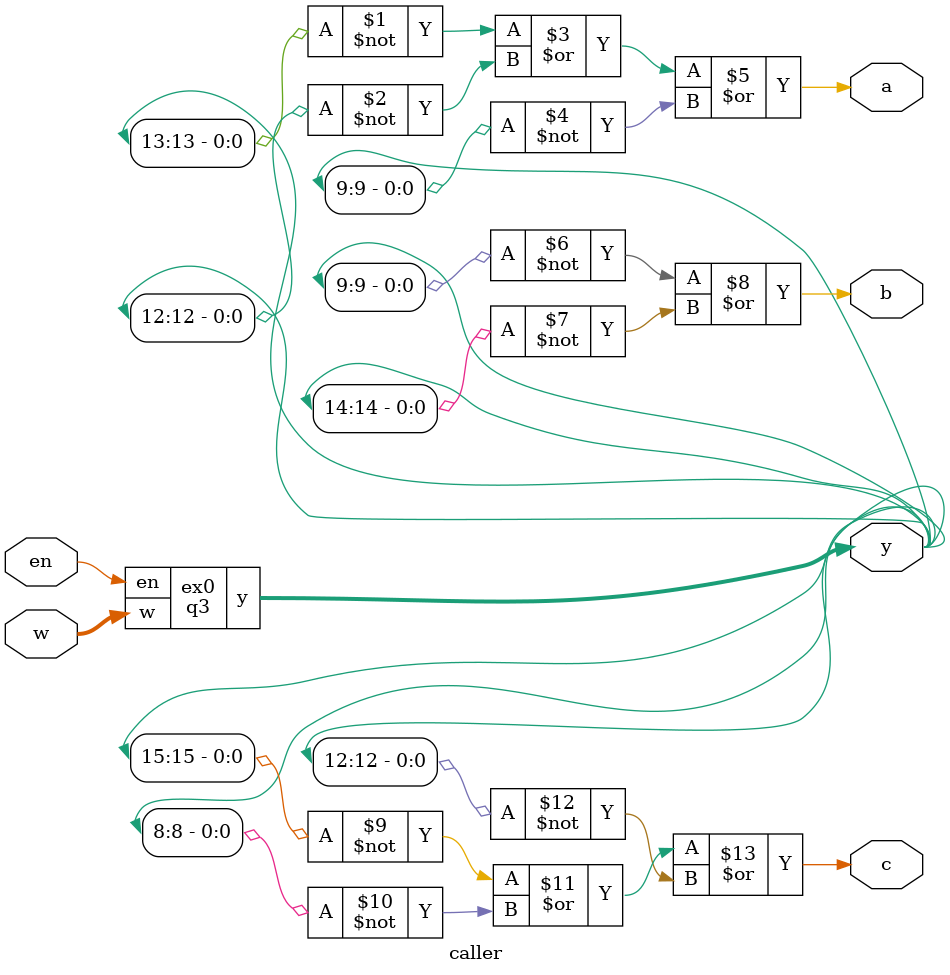
<source format=v>
module q3(w,y,en);
input en;
input [3:0]w;
output [15:0]y;
wire [3:0]x;
dec2_to_4 d0(w[3:2],x[3:0],en);
dec2_to_4 d1(w[1:0],y[3:0],~x[0]);
dec2_to_4 d2(w[1:0],y[7:4],~x[1]);
dec2_to_4 d3(w[1:0],y[11:8],~x[2]);
dec2_to_4 d4(w[1:0],y[15:12],~x[3]);

endmodule

module dec2_to_4(w,y,en);
input [1:0]w;
input en;
output reg [3:0]y;
always@(w or en)
    case({en,w})
    3'b100:y=4'b0111;
    3'b101:y=4'b1011;
    3'b110:y=4'b1101;
    3'b111:y=4'b1110;
    default:y=4'b1111;
    endcase
endmodule

module caller(w,en,y,a,b,c);
input en;
input [3:0]w;
output [15:0]y;
output a,b,c;
wire a,b,c;
q3 ex0(w,y,en);
assign a = (~y[13]) | (~y[12]) |(~y[9]) ;
assign b = (~y[9]) | (~y[14]);
assign c = (~y[15]) | (~y[8]) | (~y[12]);
endmodule
</source>
